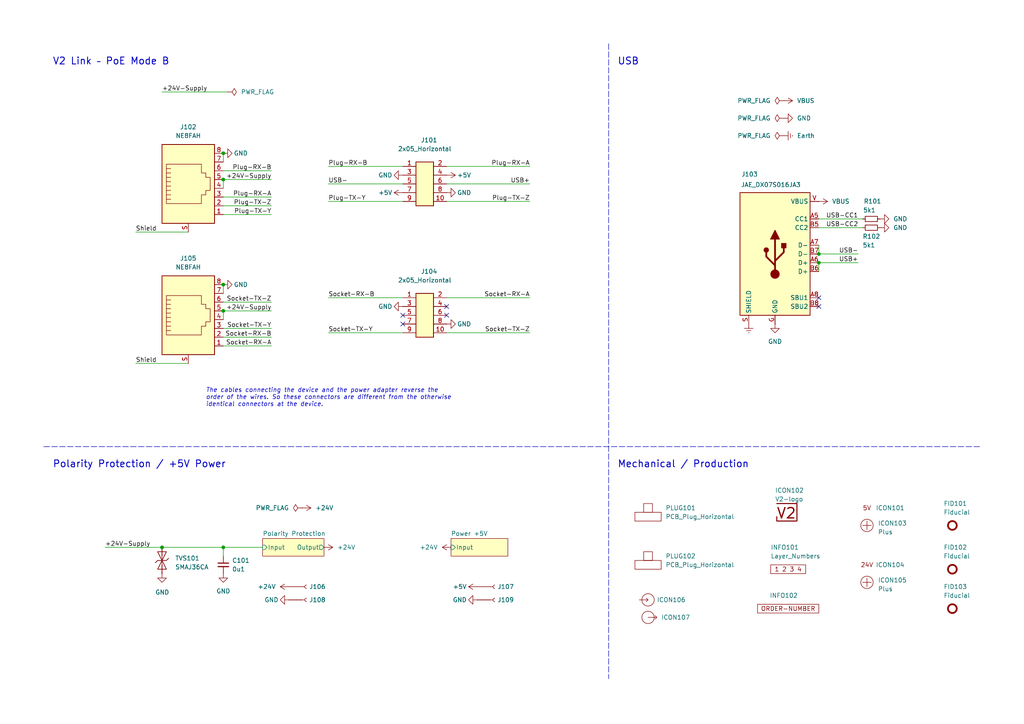
<source format=kicad_sch>
(kicad_sch (version 20250114) (generator "eeschema") (generator_version "9.0")
  (paper "A4")
  (title_block (title "V2 connector PoE") (date "2025-10-24") (rev "5") (company "Versio Duo") (comment 1 "V2 Link – PoE Mode B"))
  (lib_symbols
    (symbol "Device:C_Small" (pin_numbers (hide yes)) (pin_names (offset 0.254) (hide yes))
      (property "Reference" "C" (at 0.254 1.778 0))
      (property "Value" "C_Small" (at 0.254 -2.032 0))
      (symbol "C_Small_0_1"
        (polyline (pts (xy -1.524 0.508) (xy 1.524 0.508)) (stroke (width 0.3048)))
        (polyline (pts (xy -1.524 -0.508) (xy 1.524 -0.508)) (stroke (width 0.3302)))
      )
      (symbol "C_Small_1_1"
        (pin passive line (at 0 2.54 270) (length 2.032) (name "~") (number "1"))
        (pin passive line (at 0 -2.54 90) (length 2.032) (name "~") (number "2"))
      )
    )
    (symbol "Device:R_Small" (pin_numbers (hide yes)) (pin_names (offset 0.254) (hide yes))
      (property "Reference" "R" (at 0 0 90))
      (property "Value" "R_Small" (at 1.778 0 90))
      (symbol "R_Small_0_1"
        (rectangle (start -0.762 1.778) (end 0.762 -1.778) (stroke (width 0.2032)))
      )
      (symbol "R_Small_1_1"
        (pin passive line (at 0 2.54 270) (length 0.762) (name "~") (number "1"))
        (pin passive line (at 0 -2.54 90) (length 0.762) (name "~") (number "2"))
      )
    )
    (symbol "V2_Artwork:24V" (in_bom no)
      (property "Reference" "ICON" (at -2.54 2.54 0))
      (symbol "24V_1_1"
        (text "24V" (at 0 0 0) (effects (font (size 1.27 1.27))))
      )
    )
    (symbol "V2_Artwork:5V" (in_bom no)
      (property "Reference" "ICON" (at -2.54 2.54 0))
      (symbol "5V_1_1"
        (text "5V" (at 0 0 0) (effects (font (size 1.27 1.27))))
      )
    )
    (symbol "V2_Artwork:Arrow_In" (in_bom no)
      (property "Reference" "ICON" (at -2.54 2.54 0))
      (symbol "Arrow_In_0_1"
        (polyline (pts (xy -2.54 0) (xy 0 0)))
        (polyline (pts (xy -0.508 0.508) (xy 0 0) (xy -0.508 -0.508)))
        (circle (center 0 0) (radius 1.7961))
      )
    )
    (symbol "V2_Artwork:Arrow_Out" (in_bom no)
      (property "Reference" "ICON" (at -2.54 2.54 0))
      (symbol "Arrow_Out_0_1"
        (polyline (pts (xy 0 0) (xy 2.54 0)))
        (circle (center 0 0) (radius 1.7961))
        (polyline (pts (xy 2.032 0.508) (xy 2.54 0) (xy 2.032 -0.508)))
      )
    )
    (symbol "V2_Artwork:Plus" (in_bom no)
      (property "Reference" "ICON" (at -2.54 2.54 0))
      (symbol "Plus_0_1"
        (polyline (pts (xy -1.27 0) (xy 1.27 0)))
        (polyline (pts (xy 0 1.27) (xy 0 -1.27)))
        (circle (center 0 0) (radius 1.7961))
      )
    )
    (symbol "V2_Artwork:V2-logo" (in_bom no)
      (property "Reference" "ICON" (at -3.302 3.81 0))
      (symbol "V2-logo_1_0"
        (polyline (pts (xy -3.302 2.54) (xy 2.54 2.54) (xy 2.54 -2.54) (xy -3.302 -2.54) (xy -3.302 -1.27)) (stroke (width 0.3)))
      )
      (symbol "V2-logo_1_1"
        (text "V2" (at -0.508 -0.254 0) (effects (font (size 3 3) (thickness 0.375))))
      )
    )
    (symbol "V2_Connector_EtherCon:NE8FAH" (pin_names (offset 1.016))
      (property "Reference" "J" (at -5.08 17.78 0))
      (property "Value" "NE8FAH" (at 2.54 13.97 0))
      (symbol "NE8FAH_0_1"
        (polyline (pts (xy -6.35 1.905) (xy -5.08 1.905) (xy -5.08 1.905)))
        (polyline (pts (xy -6.35 0.635) (xy -5.08 0.635) (xy -5.08 0.635)))
        (polyline (pts (xy -6.35 -0.635) (xy -5.08 -0.635) (xy -5.08 -0.635)))
        (polyline (pts (xy -6.35 -1.905) (xy -5.08 -1.905) (xy -5.08 -1.905)))
        (polyline (pts (xy -6.35 -3.175) (xy -5.08 -3.175) (xy -5.08 -3.175)))
        (polyline (pts (xy -6.35 -4.445) (xy -6.35 6.985) (xy 3.81 6.985) (xy 3.81 4.445) (xy 5.08 4.445) (xy 5.08 3.175) (xy 6.35 3.175) (xy 6.35 -0.635) (xy 5.08 -0.635) (xy 5.08 -1.905) (xy 3.81 -1.905) (xy 3.81 -4.445) (xy -6.35 -4.445) (xy -6.35 -4.445)))
        (polyline (pts (xy -5.08 5.715) (xy -6.35 5.715)))
        (polyline (pts (xy -5.08 4.445) (xy -6.35 4.445)))
        (polyline (pts (xy -5.08 3.175) (xy -6.35 3.175) (xy -6.35 3.175)))
        (rectangle (start 7.62 12.7) (end -7.62 -10.16) (stroke (width 0.254)) (fill (type background)))
      )
      (symbol "NE8FAH_1_1"
        (pin passive line (at 0 -12.7 90) (length 2.54) (name "") (number "S"))
        (pin passive line (at 10.16 10.16 180) (length 2.54) (name "~") (number "8"))
        (pin passive line (at 10.16 7.62 180) (length 2.54) (name "~") (number "7"))
        (pin passive line (at 10.16 5.08 180) (length 2.54) (name "~") (number "6"))
        (pin passive line (at 10.16 2.54 180) (length 2.54) (name "~") (number "5"))
        (pin passive line (at 10.16 0 180) (length 2.54) (name "~") (number "4"))
        (pin passive line (at 10.16 -2.54 180) (length 2.54) (name "~") (number "3"))
        (pin passive line (at 10.16 -5.08 180) (length 2.54) (name "~") (number "2"))
        (pin passive line (at 10.16 -7.62 180) (length 2.54) (name "~") (number "1"))
      )
    )
    (symbol "V2_Connector_Header_1.27mm:2x05_Horizontal" (pin_names (hide yes))
      (property "Reference" "J" (at 0 12.7 0))
      (property "Value" "2x05_Horizontal" (at 1.27 10.16 0))
      (symbol "2x05_Horizontal_1_1"
        (rectangle (start -2.54 6.35) (end 2.54 -6.35) (stroke (width 0.254)) (fill (type background)))
        (pin passive line (at -6.35 5.08 0) (length 3.81) (name "Pin_1") (number "1"))
        (pin passive line (at -6.35 2.54 0) (length 3.81) (name "Pin_3") (number "3"))
        (pin passive line (at -6.35 0 0) (length 3.81) (name "Pin_5") (number "5"))
        (pin passive line (at -6.35 -2.54 0) (length 3.81) (name "Pin_7") (number "7"))
        (pin passive line (at -6.35 -5.08 0) (length 3.81) (name "Pin_9") (number "9"))
        (pin passive line (at 6.35 5.08 180) (length 3.81) (name "Pin_2") (number "2"))
        (pin passive line (at 6.35 2.54 180) (length 3.81) (name "Pin_4") (number "4"))
        (pin passive line (at 6.35 0 180) (length 3.81) (name "Pin_6") (number "6"))
        (pin passive line (at 6.35 -2.54 180) (length 3.81) (name "Pin_8") (number "8"))
        (pin passive line (at 6.35 -5.08 180) (length 3.81) (name "Pin_10") (number "10"))
      )
    )
    (symbol "V2_Connector_USB:JAE_DX07S016JA3"
      (property "Reference" "J" (at -10.16 22.86 0))
      (property "Value" "USB-C_2.0" (at -10.16 20.5 0))
      (symbol "JAE_DX07S016JA3_0_1"
        (rectangle (start -10.16 17.78) (end 10.16 -17.78) (stroke (width 0.254)) (fill (type background)))
        (circle (center -2.54 1.143) (radius 0.635) (stroke (width 0.254)) (fill (type outline)))
        (polyline (pts (xy -1.27 4.318) (xy 0 6.858) (xy 1.27 4.318) (xy -1.27 4.318)) (stroke (width 0.254)) (fill (type outline)))
        (polyline (pts (xy 0 -2.032) (xy 2.54 0.508) (xy 2.54 1.778)) (stroke (width 0.508)))
        (polyline (pts (xy 0 -3.302) (xy -2.54 -0.762) (xy -2.54 0.508)) (stroke (width 0.508)))
        (polyline (pts (xy 0 -5.842) (xy 0 4.318)) (stroke (width 0.508)))
        (circle (center 0 -5.842) (radius 1.27) (fill (type outline)))
        (rectangle (start 1.905 1.778) (end 3.175 3.048) (stroke (width 0.254)) (fill (type outline)))
      )
      (symbol "JAE_DX07S016JA3_1_1"
        (pin passive line (at -7.62 -20.32 90) (length 2.54) (name "SHIELD") (number "S"))
        (pin passive line (at 0 -20.32 90) (length 2.54) (name "GND") (number "G"))
        (pin passive line (at 12.7 15.24 180) (length 2.54) (name "VBUS") (number "V"))
        (pin bidirectional line (at 12.7 10.16 180) (length 2.54) (name "CC1") (number "A5"))
        (pin bidirectional line (at 12.7 7.62 180) (length 2.54) (name "CC2") (number "B5"))
        (pin bidirectional line (at 12.7 2.54 180) (length 2.54) (name "D-") (number "A7"))
        (pin bidirectional line (at 12.7 0 180) (length 2.54) (name "D-") (number "B7"))
        (pin bidirectional line (at 12.7 -2.54 180) (length 2.54) (name "D+") (number "A6"))
        (pin bidirectional line (at 12.7 -5.08 180) (length 2.54) (name "D+") (number "B6"))
        (pin bidirectional line (at 12.7 -12.7 180) (length 2.54) (name "SBU1") (number "A8"))
        (pin bidirectional line (at 12.7 -15.24 180) (length 2.54) (name "SBU2") (number "B8"))
      )
    )
    (symbol "V2_Connector_WAGO:2065" (pin_numbers (hide yes)) (pin_names (offset 1.016) (hide yes))
      (property "Reference" "J" (at -5.08 6.35 0))
      (symbol "2065_1_1"
        (polyline (pts (xy -1.27 0) (xy -0.508 0)) (stroke (width 0.1524)))
        (arc (start 0 -0.508) (mid -0.5058 0) (end 0 0.508) (stroke (width 0.1524)))
        (pin passive line (at -5.08 0 0) (length 3.81) (name "") (number "1"))
      )
    )
    (symbol "V2_Diode:SMAJ36CA" (pin_numbers (hide yes)) (pin_names (hide yes))
      (property "Reference" "TVS" (at -1.27 3.81 0))
      (property "Value" "SMAJ24CA" (at 0 -3.81 0))
      (symbol "SMAJ36CA_0_1"
        (polyline (pts (xy -2.54 -1.27) (xy -2.54 1.27) (xy 0 0) (xy -2.54 -1.27)) (stroke (width 0.2032)))
        (polyline (pts (xy 0 1.27) (xy -0.635 1.905) (xy 0 1.27) (xy 0 -1.27) (xy 0.635 -1.905) (xy 0 -1.27)) (stroke (width 0.2032)))
        (polyline (pts (xy 1.27 0) (xy -1.27 0)))
        (polyline (pts (xy 2.54 1.27) (xy 2.54 -1.27) (xy 0 0) (xy 2.54 1.27)) (stroke (width 0.2032)))
      )
      (symbol "SMAJ36CA_1_1"
        (pin passive line (at -3.81 0 0) (length 2.54) (name "K") (number "1"))
        (pin passive line (at 3.81 0 180) (length 2.54) (name "A") (number "2"))
      )
    )
    (symbol "V2_Mechanical:Fiducial_Paste" (in_bom no)
      (property "Reference" "FID" (at 0 5.08 0))
      (property "Value" "Fiducial_Paste" (at 0 3.175 0))
      (symbol "Fiducial_Paste_0_1"
        (circle (center 0 0) (radius 1.27) (stroke (width 0.508)))
      )
    )
    (symbol "V2_PCB_Devices:PCB_Plug_Horizontal" (in_bom no)
      (property "Reference" "PLUG" (at 0 -5.08 0))
      (property "Value" "PCB_Plug_Horizontal" (at 1.27 -8.89 0))
      (symbol "PCB_Plug_Horizontal_0_1"
        (rectangle (start -3.81 0) (end 3.81 -2.54))
        (rectangle (start -1.27 2.54) (end 1.27 0))
      )
    )
    (symbol "V2_Production:Layer_Numbers" (in_bom no)
      (property "Reference" "INFO" (at 0 3.81 0))
      (property "Value" "Layer_Numbers" (at 0 -3.81 0))
      (symbol "Layer_Numbers_0_0"
        (text "1 2 3 4" (at 0 0 0) (effects (font (size 1.27 1.27))))
      )
      (symbol "Layer_Numbers_0_1"
        (rectangle (start -5.08 1.27) (end 5.08 -1.27))
      )
    )
    (symbol "V2_Production:Order_Number" (in_bom no)
      (property "Reference" "INFO" (at 0 2.54 0))
      (symbol "Order_Number_0_0"
        (text "ORDER-NUMBER" (at 0 0 0) (effects (font (size 1.27 1.27))))
      )
      (symbol "Order_Number_0_1"
        (rectangle (start -8.89 1.27) (end 8.89 -1.27))
      )
    )
    (symbol "power:+24V" (power) (pin_numbers (hide yes)) (pin_names (offset 0) (hide yes))
      (property "Value" "+24V" (at 0 3.556 0))
      (symbol "+24V_0_1"
        (polyline (pts (xy -0.762 1.27) (xy 0 2.54)))
        (polyline (pts (xy 0 2.54) (xy 0.762 1.27)))
        (polyline (pts (xy 0 0) (xy 0 2.54)))
      )
      (symbol "+24V_1_1"
        (pin power_in line (at 0 0 90) (length 0) (name "~") (number "1"))
      )
    )
    (symbol "power:+5V" (power) (pin_numbers (hide yes)) (pin_names (offset 0) (hide yes))
      (property "Value" "+5V" (at 0 3.556 0))
      (symbol "+5V_0_1"
        (polyline (pts (xy -0.762 1.27) (xy 0 2.54)))
        (polyline (pts (xy 0 2.54) (xy 0.762 1.27)))
        (polyline (pts (xy 0 0) (xy 0 2.54)))
      )
      (symbol "+5V_1_1"
        (pin power_in line (at 0 0 90) (length 0) (name "~") (number "1"))
      )
    )
    (symbol "power:Earth" (power) (pin_numbers (hide yes)) (pin_names (offset 0) (hide yes))
      (property "Value" "Earth" (at 0 -3.81 0))
      (symbol "Earth_0_1"
        (polyline (pts (xy -0.635 -1.905) (xy 0.635 -1.905)))
        (polyline (pts (xy -0.127 -2.54) (xy 0.127 -2.54)))
        (polyline (pts (xy 0 -1.27) (xy 0 0)))
        (polyline (pts (xy 1.27 -1.27) (xy -1.27 -1.27)))
      )
      (symbol "Earth_1_1"
        (pin power_in line (at 0 0 270) (length 0) (name "~") (number "1"))
      )
    )
    (symbol "power:GND" (power) (pin_numbers (hide yes)) (pin_names (offset 0) (hide yes))
      (property "Value" "GND" (at 0 -3.81 0))
      (symbol "GND_0_1"
        (polyline (pts (xy 0 0) (xy 0 -1.27) (xy 1.27 -1.27) (xy 0 -2.54) (xy -1.27 -1.27) (xy 0 -1.27)))
      )
      (symbol "GND_1_1"
        (pin power_in line (at 0 0 270) (length 0) (name "~") (number "1"))
      )
    )
    (symbol "power:PWR_FLAG" (power) (pin_numbers (hide yes)) (pin_names (offset 0) (hide yes))
      (property "Value" "PWR_FLAG" (at 0 3.81 0))
      (symbol "PWR_FLAG_0_0"
        (pin power_out line (at 0 0 90) (length 0) (name "~") (number "1"))
      )
      (symbol "PWR_FLAG_0_1"
        (polyline (pts (xy 0 0) (xy 0 1.27) (xy -1.016 1.905) (xy 0 2.54) (xy 1.016 1.905) (xy 0 1.27)))
      )
    )
    (symbol "power:VBUS" (power) (pin_numbers (hide yes)) (pin_names (offset 0) (hide yes))
      (property "Value" "VBUS" (at 0 3.556 0))
      (symbol "VBUS_0_1"
        (polyline (pts (xy -0.762 1.27) (xy 0 2.54)))
        (polyline (pts (xy 0 2.54) (xy 0.762 1.27)))
        (polyline (pts (xy 0 0) (xy 0 2.54)))
      )
      (symbol "VBUS_1_1"
        (pin power_in line (at 0 0 90) (length 0) (name "~") (number "1"))
      )
    )
  )
  (text "Polarity Protection / +5V Power" (at 15.24 135.89 0) (effects (font (size 2 2) (thickness 0.254) (bold yes)) (justify left bottom)))
  (text "Mechanical / Production" (at 179.07 135.89 0) (effects (font (size 2 2) (thickness 0.254) (bold yes)) (justify left bottom)))
  (text "The cables connecting the device and the power adapter reverse the\norder of the wires. So these connectors are different from the otherwise\nidentical connectors at the device." (at 59.69 118.11 0) (effects (font (size 1.27 1.27) (italic yes)) (justify left bottom)))
  (text "USB" (at 179.07 19.05 0) (effects (font (size 2 2) (thickness 0.254) (bold yes)) (justify left bottom)))
  (text "V2 Link – PoE Mode B" (at 15.24 19.05 0) (effects (font (size 2 2) (thickness 0.254) (bold yes)) (justify left bottom)))
  (junction (at 46.99 158.75))
  (junction (at 237.49 73.66))
  (junction (at 64.77 44.45))
  (junction (at 64.77 52.07))
  (junction (at 64.77 158.75))
  (junction (at 64.77 90.17))
  (junction (at 237.49 76.2))
  (junction (at 64.77 82.55))
  (no_connect (at 116.84 93.98))
  (no_connect (at 129.54 91.44))
  (no_connect (at 129.54 88.9))
  (no_connect (at 116.84 91.44))
  (no_connect (at 237.49 86.36))
  (no_connect (at 237.49 88.9))
  (wire (pts (xy 39.37 67.31) (xy 54.61 67.31)))
  (wire (pts (xy 46.99 158.75) (xy 64.77 158.75)))
  (wire (pts (xy 64.77 158.75) (xy 76.2 158.75)))
  (wire (pts (xy 64.77 44.45) (xy 64.77 46.99)))
  (wire (pts (xy 64.77 161.29) (xy 64.77 158.75)))
  (wire (pts (xy 64.77 87.63) (xy 78.74 87.63)))
  (polyline (pts (xy 176.53 12.7) (xy 176.53 196.85)) (stroke (width 0) (type dash)))
  (wire (pts (xy 64.77 97.79) (xy 78.74 97.79)))
  (wire (pts (xy 129.54 96.52) (xy 153.67 96.52)))
  (wire (pts (xy 129.54 58.42) (xy 153.67 58.42)))
  (wire (pts (xy 30.48 158.75) (xy 46.99 158.75)))
  (wire (pts (xy 39.37 105.41) (xy 54.61 105.41)))
  (wire (pts (xy 129.54 86.36) (xy 153.67 86.36)))
  (wire (pts (xy 237.49 66.04) (xy 250.19 66.04)))
  (wire (pts (xy 64.77 62.23) (xy 78.74 62.23)))
  (wire (pts (xy 95.25 53.34) (xy 116.84 53.34)))
  (wire (pts (xy 64.77 90.17) (xy 64.77 92.71)))
  (wire (pts (xy 237.49 73.66) (xy 248.92 73.66)))
  (wire (pts (xy 129.54 48.26) (xy 153.67 48.26)))
  (polyline (pts (xy 12.7 129.54) (xy 284.48 129.54)) (stroke (width 0) (type dash)))
  (wire (pts (xy 64.77 59.69) (xy 78.74 59.69)))
  (wire (pts (xy 237.49 76.2) (xy 248.92 76.2)))
  (wire (pts (xy 64.77 100.33) (xy 78.74 100.33)))
  (wire (pts (xy 237.49 76.2) (xy 237.49 78.74)))
  (wire (pts (xy 64.77 49.53) (xy 78.74 49.53)))
  (wire (pts (xy 129.54 53.34) (xy 153.67 53.34)))
  (wire (pts (xy 116.84 58.42) (xy 95.25 58.42)))
  (wire (pts (xy 237.49 71.12) (xy 237.49 73.66)))
  (wire (pts (xy 64.77 52.07) (xy 64.77 54.61)))
  (wire (pts (xy 64.77 82.55) (xy 64.77 85.09)))
  (wire (pts (xy 237.49 63.5) (xy 250.19 63.5)))
  (wire (pts (xy 116.84 96.52) (xy 95.25 96.52)))
  (wire (pts (xy 64.77 95.25) (xy 78.74 95.25)))
  (wire (pts (xy 116.84 86.36) (xy 95.25 86.36)))
  (wire (pts (xy 64.77 57.15) (xy 78.74 57.15)))
  (wire (pts (xy 64.77 52.07) (xy 78.74 52.07)))
  (wire (pts (xy 64.77 90.17) (xy 78.74 90.17)))
  (wire (pts (xy 116.84 48.26) (xy 95.25 48.26)))
  (wire (pts (xy 46.99 26.67) (xy 66.04 26.67)))
  (label "Socket-TX-Z" (at 153.67 96.52 180))
  (label "USB+" (at 153.67 53.34 180))
  (label "Socket-TX-Y" (at 95.25 96.52 0))
  (label "Socket-RX-B" (at 78.74 97.79 180))
  (label "+24V-Supply" (at 78.74 52.07 180))
  (label "USB+" (at 248.92 76.2 180))
  (label "Socket-TX-Z" (at 78.74 87.63 180))
  (label "Plug-RX-B" (at 78.74 49.53 180))
  (label "Plug-TX-Z" (at 78.74 59.69 180))
  (label "Plug-TX-Z" (at 153.67 58.42 180))
  (label "+24V-Supply" (at 46.99 26.67 0))
  (label "Shield" (at 39.37 67.31 0))
  (label "Plug-TX-Y" (at 95.25 58.42 0))
  (label "Plug-RX-B" (at 95.25 48.26 0))
  (label "USB-" (at 95.25 53.34 0))
  (label "Plug-RX-A" (at 153.67 48.26 180))
  (label "Shield" (at 39.37 105.41 0))
  (label "+24V-Supply" (at 78.74 90.17 180))
  (label "USB-CC2" (at 248.92 66.04 180))
  (label "Plug-TX-Y" (at 78.74 62.23 180))
  (label "Plug-RX-A" (at 78.74 57.15 180))
  (label "Socket-RX-B" (at 95.25 86.36 0))
  (label "Socket-RX-A" (at 153.67 86.36 180))
  (label "Socket-RX-A" (at 78.74 100.33 180))
  (label "USB-" (at 248.92 73.66 180))
  (label "Socket-TX-Y" (at 78.74 95.25 180))
  (label "USB-CC1" (at 248.92 63.5 180))
  (label "+24V-Supply" (at 30.48 158.75 0))
  (symbol (lib_id "power:GND") (at 116.84 88.9 270) (unit 1)
    (property "Reference" "#PWR0113" (effects (hide yes)))
    (property "Value" "GND" (at 111.76 88.8999 90))
    (property "Description" "Power symbol creates a global label with name \"GND\" , ground" (effects (hide yes)))
  )
  (symbol (lib_id "V2_Production:Layer_Numbers") (at 228.6 165.1 0) (unit 1) (exclude_from_sim yes) (in_bom no)
    (property "Reference" "INFO101" (at 223.52 158.7499 0) (effects (justify left)))
    (property "Value" "Layer_Numbers" (at 223.52 161.2899 0) (effects (justify left)))
    (property "Footprint" "V2_Production:Layer_Numbers" (effects (hide yes)))
  )
  (symbol (lib_id "power:GND") (at 46.99 166.37 0) (unit 1)
    (property "Reference" "#PWR0120" (effects (hide yes)))
    (property "Value" "GND" (at 45.01 171.8 0) (effects (justify left)))
    (property "Description" "Power symbol creates a global label with name \"GND\" , ground" (effects (hide yes)))
  )
  (symbol (lib_id "power:GND") (at 255.27 66.04 90) (unit 1)
    (property "Reference" "#PWR0111" (effects (hide yes)))
    (property "Value" "GND" (at 259.08 66.0399 90) (effects (justify right)))
    (property "Description" "Power symbol creates a global label with name \"GND\" , ground" (effects (hide yes)))
  )
  (symbol (lib_id "V2_PCB_Devices:PCB_Plug_Horizontal") (at 187.96 162.56 0) (unit 1) (exclude_from_sim yes) (in_bom no)
    (property "Reference" "PLUG102" (at 193.04 161.29 0) (effects (justify left)))
    (property "Value" "PCB_Plug_Horizontal" (at 193.04 163.83 0) (effects (justify left)))
    (property "Footprint" "V2_PCB_Devices:PCB_Plug_Horizontal" (effects (hide yes)))
  )
  (symbol (lib_id "V2_Diode:SMAJ36CA") (at 46.99 162.56 90) (unit 1)
    (property "Reference" "TVS101" (at 50.8 161.925 90) (effects (justify right)))
    (property "Value" "SMAJ36CA" (at 50.8 164.465 90) (effects (justify right)))
    (property "Footprint" "Diode_SMD:D_SMA" (effects (hide yes)))
  )
  (symbol (lib_id "power:PWR_FLAG") (at 227.33 29.21 90) (unit 1)
    (property "Reference" "#FLG0102" (effects (hide yes)))
    (property "Value" "PWR_FLAG" (at 223.52 29.2099 90) (effects (justify left)))
    (property "Description" "Special symbol for telling ERC where power comes from" (effects (hide yes)))
  )
  (symbol (lib_id "power:GND") (at 64.77 166.37 0) (unit 1)
    (property "Reference" "#PWR0121" (effects (hide yes)))
    (property "Value" "GND" (at 64.77 171.45 0))
    (property "Description" "Power symbol creates a global label with name \"GND\" , ground" (effects (hide yes)))
  )
  (symbol (lib_id "power:VBUS") (at 237.49 58.42 270) (unit 1)
    (property "Reference" "#PWR0109" (effects (hide yes)))
    (property "Value" "VBUS" (at 241.3 58.4199 90) (effects (justify left)))
    (property "Description" "Power symbol creates a global label with name \"VBUS\"" (effects (hide yes)))
  )
  (symbol (lib_id "V2_PCB_Devices:PCB_Plug_Horizontal") (at 187.96 148.59 0) (unit 1) (exclude_from_sim yes) (in_bom no)
    (property "Reference" "PLUG101" (at 193.04 147.32 0) (effects (justify left)))
    (property "Value" "PCB_Plug_Horizontal" (at 193.04 149.86 0) (effects (justify left)))
    (property "Footprint" "V2_PCB_Devices:PCB_Plug_Horizontal" (effects (hide yes)))
  )
  (symbol (lib_id "power:Earth") (at 227.33 39.37 90) (unit 1)
    (property "Reference" "#PWR0103" (effects (hide yes)))
    (property "Value" "Earth" (at 231.14 39.3699 90) (effects (justify right)))
    (property "Description" "Power symbol creates a global label with name \"Earth\"" (effects (hide yes)))
  )
  (symbol (lib_id "V2_Connector_USB:JAE_DX07S016JA3") (at 224.79 73.66 0) (unit 1) (exclude_from_sim yes)
    (property "Reference" "J103" (at 217.424 50.546 0))
    (property "Value" "JAE_DX07S016JA3" (at 214.884 53.594 0) (effects (justify left)))
    (property "Footprint" "V2_Connector_USB:JAE_DX07S016JA3" (effects (hide yes)))
  )
  (symbol (lib_id "power:GND") (at 116.84 50.8 270) (unit 1)
    (property "Reference" "#PWR0105" (effects (hide yes)))
    (property "Value" "GND" (at 111.76 50.7999 90))
    (property "Description" "Power symbol creates a global label with name \"GND\" , ground" (effects (hide yes)))
  )
  (symbol (lib_id "power:GND") (at 255.27 63.5 90) (unit 1)
    (property "Reference" "#PWR0110" (effects (hide yes)))
    (property "Value" "GND" (at 259.08 63.4999 90) (effects (justify right)))
    (property "Description" "Power symbol creates a global label with name \"GND\" , ground" (effects (hide yes)))
  )
  (symbol (lib_id "power:+24V") (at 93.98 158.75 270) (unit 1)
    (property "Reference" "#PWR0118" (effects (hide yes)))
    (property "Value" "+24V" (at 97.79 158.7499 90) (effects (justify left)))
    (property "Description" "Power symbol creates a global label with name \"+24V\"" (effects (hide yes)))
  )
  (symbol (lib_id "power:Earth") (at 217.17 93.98 0) (unit 1)
    (property "Reference" "#PWR0115" (effects (hide yes)))
    (property "Value" "Earth" (effects (hide yes)))
    (property "Description" "Power symbol creates a global label with name \"Earth\"" (effects (hide yes)))
  )
  (symbol (lib_id "V2_Artwork:Plus") (at 251.46 152.4 0) (unit 1) (exclude_from_sim yes) (in_bom no)
    (property "Reference" "ICON103" (at 254.635 151.765 0) (effects (justify left)))
    (property "Value" "Plus" (at 254.635 154.305 0) (effects (justify left)))
    (property "Footprint" "V2_Artwork:Plus_Small" (effects (hide yes)))
  )
  (symbol (lib_id "power:GND") (at 129.54 93.98 90) (unit 1)
    (property "Reference" "#PWR0114" (effects (hide yes)))
    (property "Value" "GND" (at 134.62 93.98 90))
    (property "Description" "Power symbol creates a global label with name \"GND\" , ground" (effects (hide yes)))
  )
  (symbol (lib_id "power:+5V") (at 129.54 50.8 270) (unit 1)
    (property "Reference" "#PWR0106" (effects (hide yes)))
    (property "Value" "+5V" (at 134.62 50.8 90))
    (property "Description" "Power symbol creates a global label with name \"+5V\"" (effects (hide yes)))
  )
  (symbol (lib_id "V2_Connector_WAGO:2065") (at 143.51 173.99 0) (unit 1) (exclude_from_sim yes)
    (property "Reference" "J109" (at 146.685 173.99 0))
    (property "Value" "WAGO-2065" (effects (hide yes)))
    (property "Footprint" "V2_Connector_WAGO:2065-100" (effects (hide yes)))
  )
  (symbol (lib_id "V2_Connector_EtherCon:NE8FAH") (at 54.61 54.61 0) (unit 1) (exclude_from_sim yes)
    (property "Reference" "J102" (at 54.61 36.83 0))
    (property "Value" "NE8FAH" (at 54.61 39.37 0))
    (property "Footprint" "V2_Connector_EtherCon:NE8FAH" (effects (hide yes)))
  )
  (symbol (lib_id "V2_Artwork:Arrow_Out") (at 187.96 179.07 0) (unit 1) (exclude_from_sim yes) (in_bom no)
    (property "Reference" "ICON107" (at 191.77 179.0699 0) (effects (justify left)))
    (property "Value" "Arrow_Out" (effects (hide yes)))
    (property "Footprint" "V2_Artwork:Arrow_Out" (effects (hide yes)))
  )
  (symbol (lib_id "Device:C_Small") (at 64.77 163.83 0) (unit 1)
    (property "Reference" "C101" (at 67.31 162.56 0) (effects (justify left)))
    (property "Value" "0u1" (at 67.31 165.1 0) (effects (justify left)))
    (property "Footprint" "Capacitor_SMD:C_0603_1608Metric" (effects (hide yes)))
    (property "Description" "Unpolarized capacitor, small symbol" (effects (hide yes)))
  )
  (symbol (lib_id "power:VBUS") (at 227.33 29.21 270) (unit 1)
    (property "Reference" "#PWR0101" (effects (hide yes)))
    (property "Value" "VBUS" (at 231.14 29.2099 90) (effects (justify left)))
    (property "Description" "Power symbol creates a global label with name \"VBUS\"" (effects (hide yes)))
  )
  (symbol (lib_id "V2_Connector_Header_1.27mm:2x05_Horizontal") (at 123.19 53.34 0) (unit 1) (exclude_from_sim yes)
    (property "Reference" "J101" (at 124.46 40.64 0))
    (property "Value" "2x05_Horizontal" (at 123.19 43.18 0))
    (property "Footprint" "V2_Connector_Header_1.27mm:PinHeader_2x05_P1.27mm_Horizontal" (effects (hide yes)))
  )
  (symbol (lib_id "V2_Production:Order_Number") (at 228.6 176.53 0) (unit 1) (exclude_from_sim yes) (in_bom no)
    (property "Reference" "INFO102" (at 227.33 172.72 0))
    (property "Value" "ORDER-NUMBER" (effects (hide yes)))
    (property "Footprint" "V2_Production:Order_Number" (effects (hide yes)))
  )
  (symbol (lib_id "Device:R_Small") (at 252.73 63.5 90) (unit 1)
    (property "Reference" "R101" (at 255.6325 58.3841 90) (effects (justify left)))
    (property "Value" "5k1" (at 253.9999 60.96 90) (effects (justify left)))
    (property "Footprint" "Resistor_SMD:R_0603_1608Metric" (effects (hide yes)))
    (property "Description" "Resistor, small symbol" (effects (hide yes)))
  )
  (symbol (lib_id "Device:R_Small") (at 252.73 66.04 90) (unit 1)
    (property "Reference" "R102" (at 250.1899 68.58 90) (effects (justify right)))
    (property "Value" "5k1" (at 250.1899 71.12 90) (effects (justify right)))
    (property "Footprint" "Resistor_SMD:R_0603_1608Metric" (effects (hide yes)))
    (property "Description" "Resistor, small symbol" (effects (hide yes)))
  )
  (symbol (lib_id "power:+24V") (at 83.82 170.18 90) (unit 1)
    (property "Reference" "#PWR0122" (effects (hide yes)))
    (property "Value" "+24V" (at 80.01 170.1799 90) (effects (justify left)))
    (property "Description" "Power symbol creates a global label with name \"+24V\"" (effects (hide yes)))
  )
  (symbol (lib_id "V2_Mechanical:Fiducial_Paste") (at 276.225 152.4 0) (unit 1) (exclude_from_sim yes) (in_bom no)
    (property "Reference" "FID101" (at 273.685 146.05 0) (effects (justify left)))
    (property "Value" "Fiducial" (at 273.685 148.59 0) (effects (justify left)))
    (property "Footprint" "V2_Fiducial:Fiducial_0.5mm_Mask1mm_Paste" (effects (hide yes)))
    (property "Description" "Fiducial Marker" (effects (hide yes)))
  )
  (symbol (lib_id "power:GND") (at 64.77 44.45 90) (unit 1)
    (property "Reference" "#PWR0104" (effects (hide yes)))
    (property "Value" "GND" (at 69.85 44.45 90))
    (property "Description" "Power symbol creates a global label with name \"GND\" , ground" (effects (hide yes)))
  )
  (symbol (lib_id "power:+24V") (at 130.81 158.75 90) (unit 1)
    (property "Reference" "#PWR0119" (effects (hide yes)))
    (property "Value" "+24V" (at 127 158.7499 90) (effects (justify left)))
    (property "Description" "Power symbol creates a global label with name \"+24V\"" (effects (hide yes)))
  )
  (symbol (lib_id "power:+24V") (at 87.63 147.32 270) (unit 1)
    (property "Reference" "#PWR0117" (effects (hide yes)))
    (property "Value" "+24V" (at 91.44 147.3199 90) (effects (justify left)))
    (property "Description" "Power symbol creates a global label with name \"+24V\"" (effects (hide yes)))
  )
  (symbol (lib_id "V2_Connector_WAGO:2065") (at 143.51 170.18 0) (unit 1) (exclude_from_sim yes)
    (property "Reference" "J107" (at 146.685 170.18 0))
    (property "Value" "WAGO-2065" (effects (hide yes)))
    (property "Footprint" "V2_Connector_WAGO:2065-100" (effects (hide yes)))
  )
  (symbol (lib_id "power:PWR_FLAG") (at 227.33 34.29 90) (unit 1)
    (property "Reference" "#FLG0103" (effects (hide yes)))
    (property "Value" "PWR_FLAG" (at 223.52 34.2899 90) (effects (justify left)))
    (property "Description" "Special symbol for telling ERC where power comes from" (effects (hide yes)))
  )
  (symbol (lib_id "V2_Connector_WAGO:2065") (at 88.9 173.99 0) (unit 1) (exclude_from_sim yes)
    (property "Reference" "J108" (at 92.075 173.99 0))
    (property "Value" "WAGO-2065" (effects (hide yes)))
    (property "Footprint" "V2_Connector_WAGO:2065-100" (effects (hide yes)))
  )
  (symbol (lib_id "V2_Connector_Header_1.27mm:2x05_Horizontal") (at 123.19 91.44 0) (unit 1) (exclude_from_sim yes)
    (property "Reference" "J104" (at 124.46 78.74 0))
    (property "Value" "2x05_Horizontal" (at 123.19 81.28 0))
    (property "Footprint" "V2_Connector_Header_1.27mm:PinHeader_2x05_P1.27mm_Horizontal" (effects (hide yes)))
  )
  (symbol (lib_id "power:GND") (at 224.79 93.98 0) (unit 1)
    (property "Reference" "#PWR0116" (effects (hide yes)))
    (property "Value" "GND" (at 224.79 99.06 0))
    (property "Description" "Power symbol creates a global label with name \"GND\" , ground" (effects (hide yes)))
  )
  (symbol (lib_id "power:GND") (at 83.82 173.99 270) (unit 1)
    (property "Reference" "#PWR0124" (effects (hide yes)))
    (property "Value" "GND" (at 78.74 173.99 90))
    (property "Description" "Power symbol creates a global label with name \"GND\" , ground" (effects (hide yes)))
  )
  (symbol (lib_id "V2_Artwork:24V") (at 251.46 163.83 0) (unit 1) (exclude_from_sim yes) (in_bom no)
    (property "Reference" "ICON104" (at 254 163.83 0) (effects (justify left)))
    (property "Value" "24V" (effects (hide yes)))
    (property "Footprint" "V2_Artwork:24V" (effects (hide yes)))
  )
  (symbol (lib_id "power:GND") (at 129.54 55.88 90) (unit 1)
    (property "Reference" "#PWR0108" (effects (hide yes)))
    (property "Value" "GND" (at 134.62 55.88 90))
    (property "Description" "Power symbol creates a global label with name \"GND\" , ground" (effects (hide yes)))
  )
  (symbol (lib_id "power:+5V") (at 138.43 170.18 90) (unit 1)
    (property "Reference" "#PWR0123" (effects (hide yes)))
    (property "Value" "+5V" (at 133.35 170.18 90))
    (property "Description" "Power symbol creates a global label with name \"+5V\"" (effects (hide yes)))
  )
  (symbol (lib_id "V2_Artwork:5V") (at 251.46 147.32 0) (unit 1) (exclude_from_sim yes) (in_bom no)
    (property "Reference" "ICON101" (at 254 147.32 0) (effects (justify left)))
    (property "Value" "5V" (effects (hide yes)))
    (property "Footprint" "V2_Artwork:5V" (effects (hide yes)))
  )
  (symbol (lib_id "power:PWR_FLAG") (at 227.33 39.37 90) (unit 1)
    (property "Reference" "#FLG0104" (effects (hide yes)))
    (property "Value" "PWR_FLAG" (at 223.52 39.3699 90) (effects (justify left)))
    (property "Description" "Special symbol for telling ERC where power comes from" (effects (hide yes)))
  )
  (symbol (lib_id "power:PWR_FLAG") (at 87.63 147.32 90) (unit 1)
    (property "Reference" "#FLG0105" (effects (hide yes)))
    (property "Value" "PWR_FLAG" (at 78.994 147.32 90))
    (property "Description" "Special symbol for telling ERC where power comes from" (effects (hide yes)))
  )
  (symbol (lib_id "V2_Mechanical:Fiducial_Paste") (at 276.225 165.1 0) (unit 1) (exclude_from_sim yes) (in_bom no)
    (property "Reference" "FID102" (at 273.685 158.75 0) (effects (justify left)))
    (property "Value" "Fiducial" (at 277.495 161.29 0))
    (property "Footprint" "V2_Fiducial:Fiducial_0.5mm_Mask1mm_Paste" (effects (hide yes)))
    (property "Description" "Fiducial Marker" (effects (hide yes)))
  )
  (symbol (lib_id "V2_Connector_WAGO:2065") (at 88.9 170.18 0) (unit 1) (exclude_from_sim yes)
    (property "Reference" "J106" (at 92.075 170.18 0))
    (property "Value" "WAGO-2065" (effects (hide yes)))
    (property "Footprint" "V2_Connector_WAGO:2065-100" (effects (hide yes)))
  )
  (symbol (lib_id "power:GND") (at 227.33 34.29 90) (unit 1)
    (property "Reference" "#PWR0102" (effects (hide yes)))
    (property "Value" "GND" (at 231.14 34.2899 90) (effects (justify right)))
    (property "Description" "Power symbol creates a global label with name \"GND\" , ground" (effects (hide yes)))
  )
  (symbol (lib_id "V2_Connector_EtherCon:NE8FAH") (at 54.61 92.71 0) (unit 1) (exclude_from_sim yes)
    (property "Reference" "J105" (at 54.61 74.93 0))
    (property "Value" "NE8FAH" (at 54.61 77.47 0))
    (property "Footprint" "V2_Connector_EtherCon:NE8FAH" (effects (hide yes)))
  )
  (symbol (lib_id "power:GND") (at 64.77 82.55 90) (unit 1)
    (property "Reference" "#PWR0112" (effects (hide yes)))
    (property "Value" "GND" (at 69.85 82.55 90))
    (property "Description" "Power symbol creates a global label with name \"GND\" , ground" (effects (hide yes)))
  )
  (symbol (lib_id "V2_Artwork:Plus") (at 251.46 168.91 0) (unit 1) (exclude_from_sim yes) (in_bom no)
    (property "Reference" "ICON105" (at 254.635 168.275 0) (effects (justify left)))
    (property "Value" "Plus" (at 254.635 170.815 0) (effects (justify left)))
    (property "Footprint" "V2_Artwork:Plus_Small" (effects (hide yes)))
  )
  (symbol (lib_id "power:GND") (at 138.43 173.99 270) (unit 1)
    (property "Reference" "#PWR0125" (effects (hide yes)))
    (property "Value" "GND" (at 133.35 173.99 90))
    (property "Description" "Power symbol creates a global label with name \"GND\" , ground" (effects (hide yes)))
  )
  (symbol (lib_id "V2_Mechanical:Fiducial_Paste") (at 276.225 176.53 0) (unit 1) (exclude_from_sim yes) (in_bom no)
    (property "Reference" "FID103" (at 273.685 170.18 0) (effects (justify left)))
    (property "Value" "Fiducial" (at 273.685 172.72 0) (effects (justify left)))
    (property "Footprint" "V2_Fiducial:Fiducial_0.5mm_Mask1mm_Paste" (effects (hide yes)))
    (property "Description" "Fiducial Marker" (effects (hide yes)))
  )
  (symbol (lib_id "power:+5V") (at 116.84 55.88 90) (unit 1)
    (property "Reference" "#PWR0107" (effects (hide yes)))
    (property "Value" "+5V" (at 111.76 55.88 90))
    (property "Description" "Power symbol creates a global label with name \"+5V\"" (effects (hide yes)))
  )
  (symbol (lib_id "power:PWR_FLAG") (at 66.04 26.67 270) (unit 1)
    (property "Reference" "#FLG0101" (effects (hide yes)))
    (property "Value" "PWR_FLAG" (at 69.85 26.6699 90) (effects (justify left)))
    (property "Description" "Special symbol for telling ERC where power comes from" (effects (hide yes)))
  )
  (symbol (lib_id "V2_Artwork:Arrow_In") (at 187.96 173.99 0) (unit 1) (exclude_from_sim yes) (in_bom no)
    (property "Reference" "ICON106" (at 190.5 173.9899 0) (effects (justify left)))
    (property "Value" "Arrow_In" (effects (hide yes)))
    (property "Footprint" "V2_Artwork:Arrow_In" (effects (hide yes)))
  )
  (symbol (lib_id "V2_Artwork:V2-logo") (at 228.6 148.59 0) (unit 1) (exclude_from_sim yes) (in_bom no)
    (property "Reference" "ICON102" (at 224.79 142.24 0) (effects (justify left)))
    (property "Value" "V2-logo" (at 224.79 144.78 0) (effects (justify left)))
    (property "Footprint" "V2_Artwork:Logo_Tiny" (effects (hide yes)))
  )
  (sheet (at 130.81 156.21) (size 16.51 5.08) (stroke (width 0.1524)) (fill (color 255 255 194 1.0000))
    (property "Sheetname" "Power +5V" (at 130.81 155.4984 0) (effects (justify left bottom)))
    (property "Sheetfile" "PowerSupply.kicad_sch" (effects (hide yes)))
    (pin "Input" input (at 130.81 158.75 180))
  )
  (sheet (at 76.2 156.21) (size 17.78 5.08) (stroke (width 0.1524)) (fill (color 255 255 194 1.0000))
    (property "Sheetname" "Polarity Protection" (at 76.2 155.4984 0) (effects (justify left bottom)))
    (property "Sheetfile" "PolarityProtection.kicad_sch" (effects (hide yes)))
    (pin "Output" output (at 93.98 158.75 0))
    (pin "Input" input (at 76.2 158.75 180))
  )
)
</source>
